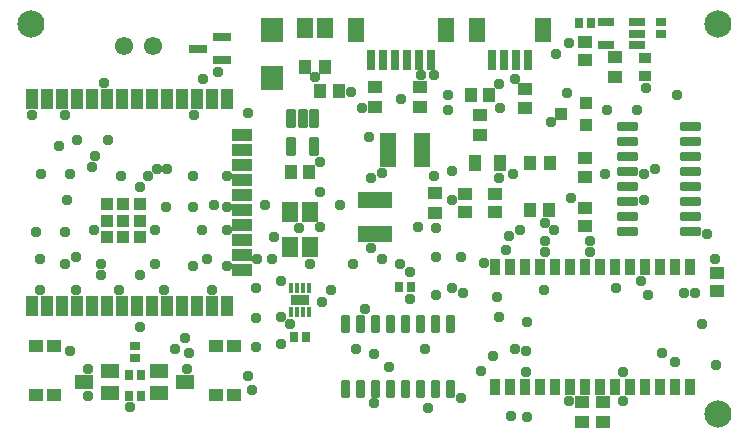
<source format=gbr>
G04 EAGLE Gerber RS-274X export*
G75*
%MOMM*%
%FSLAX34Y34*%
%LPD*%
%INSoldermask Top*%
%IPPOS*%
%AMOC8*
5,1,8,0,0,1.08239X$1,22.5*%
G01*
G04 Define Apertures*
%ADD10C,2.303200*%
%ADD11R,1.203200X1.103200*%
%ADD12R,0.763200X0.832300*%
%ADD13R,1.367800X2.918500*%
%ADD14R,1.173400X1.124100*%
%ADD15R,2.918500X1.367800*%
%ADD16R,1.367800X1.668500*%
%ADD17R,1.124100X1.173400*%
%ADD18R,0.832300X0.763200*%
%ADD19R,1.903200X2.003200*%
%ADD20R,1.115000X0.815000*%
%ADD21R,0.803200X1.753200*%
%ADD22R,1.403200X2.003200*%
%ADD23C,1.551200*%
%ADD24R,1.078900X1.413500*%
%ADD25R,1.103200X1.003200*%
%ADD26R,1.177100X1.001900*%
%ADD27R,1.001900X1.177100*%
%ADD28R,0.847200X0.738300*%
%ADD29R,0.738300X0.847200*%
%ADD30R,0.440000X0.840000*%
%ADD31R,1.520000X0.940000*%
%ADD32R,0.838200X1.473200*%
%ADD33R,1.524000X0.762000*%
%ADD34C,0.362206*%
%ADD35C,0.297181*%
%ADD36R,1.403200X0.753200*%
%ADD37C,0.349006*%
%ADD38R,1.603200X1.203200*%
%ADD39R,1.103200X1.703200*%
%ADD40R,1.703200X1.103200*%
%ADD41R,1.103200X1.103200*%
%ADD42C,0.959600*%
D10*
X1065540Y481240D03*
X483860Y481240D03*
X1065540Y151040D03*
D11*
X639700Y208060D03*
X655700Y208060D03*
X655700Y167060D03*
X639700Y167060D03*
D12*
X805076Y258045D03*
X795384Y258045D03*
D13*
X814854Y374550D03*
X785346Y374550D03*
D14*
X952500Y367116D03*
X952500Y351624D03*
X952500Y309754D03*
X952500Y325246D03*
D15*
X774700Y332254D03*
X774700Y302746D03*
D14*
X876300Y337121D03*
X876300Y321629D03*
X850900Y337121D03*
X850900Y321629D03*
X1064489Y270097D03*
X1064489Y254605D03*
D16*
X715146Y477714D03*
X732654Y477714D03*
X719954Y292100D03*
X702446Y292100D03*
D17*
X718946Y355600D03*
X703454Y355600D03*
D16*
X719954Y321904D03*
X702446Y321904D03*
D14*
X952500Y465646D03*
X952500Y450154D03*
D18*
X1016506Y482240D03*
X1016506Y472548D03*
D12*
X706354Y215900D03*
X716046Y215900D03*
D17*
X855854Y420652D03*
X871346Y420652D03*
D19*
X687188Y476040D03*
X687188Y435040D03*
D20*
X1003300Y452000D03*
X1003300Y437000D03*
D21*
X791740Y450790D03*
X781740Y450790D03*
X771740Y450790D03*
X801740Y450790D03*
X811740Y450790D03*
X821740Y450790D03*
D22*
X758740Y476040D03*
X834740Y476040D03*
D21*
X874000Y450790D03*
X884000Y450790D03*
X894000Y450790D03*
X904000Y450790D03*
D22*
X861000Y476040D03*
X917000Y476040D03*
D23*
X586900Y461900D03*
X561900Y461900D03*
D24*
X859277Y363387D03*
X880623Y363387D03*
D25*
X953570Y395340D03*
X953570Y414340D03*
X932570Y404840D03*
D26*
X901700Y409594D03*
X901700Y425898D03*
X825500Y321223D03*
X825500Y337527D03*
D27*
X922552Y363387D03*
X906248Y363387D03*
X922137Y323850D03*
X905833Y323850D03*
D28*
X571500Y198125D03*
X571500Y208275D03*
D26*
X950171Y160552D03*
X950171Y144248D03*
X967530Y144248D03*
X967530Y160552D03*
D27*
X744132Y424300D03*
X727828Y424300D03*
X715748Y444500D03*
X732052Y444500D03*
D29*
X947425Y481820D03*
X957575Y481820D03*
D26*
X977900Y436348D03*
X977900Y452652D03*
D29*
X576525Y184150D03*
X566375Y184150D03*
X576525Y165780D03*
X566375Y165780D03*
D26*
X863600Y387318D03*
X863600Y403622D03*
D11*
X503300Y167060D03*
X487300Y167060D03*
X487300Y208060D03*
X503300Y208060D03*
D30*
X703700Y257050D03*
X708700Y257050D03*
X713700Y257050D03*
X718700Y257050D03*
X718700Y237050D03*
X713700Y237050D03*
X708700Y237050D03*
X703700Y237050D03*
D31*
X711200Y247150D03*
D32*
X1041400Y173990D03*
X1041400Y275590D03*
X1028700Y275590D03*
X1016000Y275590D03*
X1003300Y275590D03*
X990600Y275590D03*
X977900Y275590D03*
X965200Y275590D03*
X952500Y275590D03*
X939800Y275590D03*
X927100Y275590D03*
X914400Y275590D03*
X901700Y275590D03*
X889000Y275590D03*
X876300Y275590D03*
X876300Y173990D03*
X889000Y173990D03*
X901700Y173990D03*
X914400Y173990D03*
X927100Y173990D03*
X939800Y173990D03*
X952500Y173990D03*
X965200Y173990D03*
X977900Y173990D03*
X990600Y173990D03*
X1003300Y173990D03*
X1016000Y173990D03*
X1028700Y173990D03*
D33*
X645160Y450242D03*
X645160Y469546D03*
X624840Y459894D03*
D34*
X836455Y232645D02*
X836455Y221135D01*
X836455Y232645D02*
X841065Y232645D01*
X841065Y221135D01*
X836455Y221135D01*
X836455Y224576D02*
X841065Y224576D01*
X841065Y228017D02*
X836455Y228017D01*
X836455Y231458D02*
X841065Y231458D01*
X823755Y232645D02*
X823755Y221135D01*
X823755Y232645D02*
X828365Y232645D01*
X828365Y221135D01*
X823755Y221135D01*
X823755Y224576D02*
X828365Y224576D01*
X828365Y228017D02*
X823755Y228017D01*
X823755Y231458D02*
X828365Y231458D01*
X811055Y232645D02*
X811055Y221135D01*
X811055Y232645D02*
X815665Y232645D01*
X815665Y221135D01*
X811055Y221135D01*
X811055Y224576D02*
X815665Y224576D01*
X815665Y228017D02*
X811055Y228017D01*
X811055Y231458D02*
X815665Y231458D01*
X798355Y232645D02*
X798355Y221135D01*
X798355Y232645D02*
X802965Y232645D01*
X802965Y221135D01*
X798355Y221135D01*
X798355Y224576D02*
X802965Y224576D01*
X802965Y228017D02*
X798355Y228017D01*
X798355Y231458D02*
X802965Y231458D01*
X785655Y232645D02*
X785655Y221135D01*
X785655Y232645D02*
X790265Y232645D01*
X790265Y221135D01*
X785655Y221135D01*
X785655Y224576D02*
X790265Y224576D01*
X790265Y228017D02*
X785655Y228017D01*
X785655Y231458D02*
X790265Y231458D01*
X772955Y232645D02*
X772955Y221135D01*
X772955Y232645D02*
X777565Y232645D01*
X777565Y221135D01*
X772955Y221135D01*
X772955Y224576D02*
X777565Y224576D01*
X777565Y228017D02*
X772955Y228017D01*
X772955Y231458D02*
X777565Y231458D01*
X760255Y232645D02*
X760255Y221135D01*
X760255Y232645D02*
X764865Y232645D01*
X764865Y221135D01*
X760255Y221135D01*
X760255Y224576D02*
X764865Y224576D01*
X764865Y228017D02*
X760255Y228017D01*
X760255Y231458D02*
X764865Y231458D01*
X747555Y232645D02*
X747555Y221135D01*
X747555Y232645D02*
X752165Y232645D01*
X752165Y221135D01*
X747555Y221135D01*
X747555Y224576D02*
X752165Y224576D01*
X752165Y228017D02*
X747555Y228017D01*
X747555Y231458D02*
X752165Y231458D01*
X747555Y177645D02*
X747555Y166135D01*
X747555Y177645D02*
X752165Y177645D01*
X752165Y166135D01*
X747555Y166135D01*
X747555Y169576D02*
X752165Y169576D01*
X752165Y173017D02*
X747555Y173017D01*
X747555Y176458D02*
X752165Y176458D01*
X760255Y177645D02*
X760255Y166135D01*
X760255Y177645D02*
X764865Y177645D01*
X764865Y166135D01*
X760255Y166135D01*
X760255Y169576D02*
X764865Y169576D01*
X764865Y173017D02*
X760255Y173017D01*
X760255Y176458D02*
X764865Y176458D01*
X772955Y177645D02*
X772955Y166135D01*
X772955Y177645D02*
X777565Y177645D01*
X777565Y166135D01*
X772955Y166135D01*
X772955Y169576D02*
X777565Y169576D01*
X777565Y173017D02*
X772955Y173017D01*
X772955Y176458D02*
X777565Y176458D01*
X785655Y177645D02*
X785655Y166135D01*
X785655Y177645D02*
X790265Y177645D01*
X790265Y166135D01*
X785655Y166135D01*
X785655Y169576D02*
X790265Y169576D01*
X790265Y173017D02*
X785655Y173017D01*
X785655Y176458D02*
X790265Y176458D01*
X798355Y177645D02*
X798355Y166135D01*
X798355Y177645D02*
X802965Y177645D01*
X802965Y166135D01*
X798355Y166135D01*
X798355Y169576D02*
X802965Y169576D01*
X802965Y173017D02*
X798355Y173017D01*
X798355Y176458D02*
X802965Y176458D01*
X811055Y177645D02*
X811055Y166135D01*
X811055Y177645D02*
X815665Y177645D01*
X815665Y166135D01*
X811055Y166135D01*
X811055Y169576D02*
X815665Y169576D01*
X815665Y173017D02*
X811055Y173017D01*
X811055Y176458D02*
X815665Y176458D01*
X823755Y177645D02*
X823755Y166135D01*
X823755Y177645D02*
X828365Y177645D01*
X828365Y166135D01*
X823755Y166135D01*
X823755Y169576D02*
X828365Y169576D01*
X828365Y173017D02*
X823755Y173017D01*
X823755Y176458D02*
X828365Y176458D01*
X836455Y177645D02*
X836455Y166135D01*
X836455Y177645D02*
X841065Y177645D01*
X841065Y166135D01*
X836455Y166135D01*
X836455Y169576D02*
X841065Y169576D01*
X841065Y173017D02*
X836455Y173017D01*
X836455Y176458D02*
X841065Y176458D01*
D35*
X725431Y407430D02*
X720371Y407430D01*
X725431Y407430D02*
X725431Y394870D01*
X720371Y394870D01*
X720371Y407430D01*
X720371Y397693D02*
X725431Y397693D01*
X725431Y400516D02*
X720371Y400516D01*
X720371Y403339D02*
X725431Y403339D01*
X725431Y406162D02*
X720371Y406162D01*
X715931Y407430D02*
X710871Y407430D01*
X715931Y407430D02*
X715931Y394870D01*
X710871Y394870D01*
X710871Y407430D01*
X710871Y397693D02*
X715931Y397693D01*
X715931Y400516D02*
X710871Y400516D01*
X710871Y403339D02*
X715931Y403339D01*
X715931Y406162D02*
X710871Y406162D01*
X706431Y407430D02*
X701371Y407430D01*
X706431Y407430D02*
X706431Y394870D01*
X701371Y394870D01*
X701371Y407430D01*
X701371Y397693D02*
X706431Y397693D01*
X706431Y400516D02*
X701371Y400516D01*
X701371Y403339D02*
X706431Y403339D01*
X706431Y406162D02*
X701371Y406162D01*
X701371Y383730D02*
X706431Y383730D01*
X706431Y371170D01*
X701371Y371170D01*
X701371Y383730D01*
X701371Y373993D02*
X706431Y373993D01*
X706431Y376816D02*
X701371Y376816D01*
X701371Y379639D02*
X706431Y379639D01*
X706431Y382462D02*
X701371Y382462D01*
X720371Y383730D02*
X725431Y383730D01*
X725431Y371170D01*
X720371Y371170D01*
X720371Y383730D01*
X720371Y373993D02*
X725431Y373993D01*
X725431Y376816D02*
X720371Y376816D01*
X720371Y379639D02*
X725431Y379639D01*
X725431Y382462D02*
X720371Y382462D01*
D36*
X996501Y463290D03*
X996501Y472790D03*
X996501Y482290D03*
X970499Y482290D03*
X970499Y463290D03*
D37*
X981023Y392039D02*
X995365Y392039D01*
X981023Y392039D02*
X981023Y396481D01*
X995365Y396481D01*
X995365Y392039D01*
X995365Y395354D02*
X981023Y395354D01*
X981023Y379339D02*
X995365Y379339D01*
X981023Y379339D02*
X981023Y383781D01*
X995365Y383781D01*
X995365Y379339D01*
X995365Y382654D02*
X981023Y382654D01*
X981023Y366639D02*
X995365Y366639D01*
X981023Y366639D02*
X981023Y371081D01*
X995365Y371081D01*
X995365Y366639D01*
X995365Y369954D02*
X981023Y369954D01*
X981023Y353939D02*
X995365Y353939D01*
X981023Y353939D02*
X981023Y358381D01*
X995365Y358381D01*
X995365Y353939D01*
X995365Y357254D02*
X981023Y357254D01*
X981023Y341239D02*
X995365Y341239D01*
X981023Y341239D02*
X981023Y345681D01*
X995365Y345681D01*
X995365Y341239D01*
X995365Y344554D02*
X981023Y344554D01*
X981023Y328539D02*
X995365Y328539D01*
X981023Y328539D02*
X981023Y332981D01*
X995365Y332981D01*
X995365Y328539D01*
X995365Y331854D02*
X981023Y331854D01*
X981023Y315839D02*
X995365Y315839D01*
X981023Y315839D02*
X981023Y320281D01*
X995365Y320281D01*
X995365Y315839D01*
X995365Y319154D02*
X981023Y319154D01*
X981023Y303139D02*
X995365Y303139D01*
X981023Y303139D02*
X981023Y307581D01*
X995365Y307581D01*
X995365Y303139D01*
X995365Y306454D02*
X981023Y306454D01*
X1034423Y303139D02*
X1048765Y303139D01*
X1034423Y303139D02*
X1034423Y307581D01*
X1048765Y307581D01*
X1048765Y303139D01*
X1048765Y306454D02*
X1034423Y306454D01*
X1034423Y315839D02*
X1048765Y315839D01*
X1034423Y315839D02*
X1034423Y320281D01*
X1048765Y320281D01*
X1048765Y315839D01*
X1048765Y319154D02*
X1034423Y319154D01*
X1034423Y328539D02*
X1048765Y328539D01*
X1034423Y328539D02*
X1034423Y332981D01*
X1048765Y332981D01*
X1048765Y328539D01*
X1048765Y331854D02*
X1034423Y331854D01*
X1034423Y341239D02*
X1048765Y341239D01*
X1034423Y341239D02*
X1034423Y345681D01*
X1048765Y345681D01*
X1048765Y341239D01*
X1048765Y344554D02*
X1034423Y344554D01*
X1034423Y353939D02*
X1048765Y353939D01*
X1034423Y353939D02*
X1034423Y358381D01*
X1048765Y358381D01*
X1048765Y353939D01*
X1048765Y357254D02*
X1034423Y357254D01*
X1034423Y366639D02*
X1048765Y366639D01*
X1034423Y366639D02*
X1034423Y371081D01*
X1048765Y371081D01*
X1048765Y366639D01*
X1048765Y369954D02*
X1034423Y369954D01*
X1034423Y379339D02*
X1048765Y379339D01*
X1034423Y379339D02*
X1034423Y383781D01*
X1048765Y383781D01*
X1048765Y379339D01*
X1048765Y382654D02*
X1034423Y382654D01*
X1034423Y392039D02*
X1048765Y392039D01*
X1034423Y392039D02*
X1034423Y396481D01*
X1048765Y396481D01*
X1048765Y392039D01*
X1048765Y395354D02*
X1034423Y395354D01*
D38*
X528750Y177800D03*
X550750Y187300D03*
X550750Y168300D03*
X614250Y177800D03*
X592250Y168300D03*
X592250Y187300D03*
D39*
X484560Y242016D03*
X497260Y242016D03*
X509960Y242016D03*
X522660Y242016D03*
X535360Y242016D03*
X548060Y242016D03*
X560760Y242016D03*
X573460Y242016D03*
X586160Y242016D03*
X598860Y242016D03*
X611560Y242016D03*
X624260Y242016D03*
X636960Y242016D03*
X649660Y242016D03*
D40*
X662160Y272366D03*
X662160Y285066D03*
X662160Y297766D03*
X662160Y310466D03*
X662160Y323166D03*
X662160Y335866D03*
X662160Y348566D03*
X662160Y361266D03*
X662160Y373966D03*
X662160Y386666D03*
D39*
X649660Y417016D03*
X636960Y417016D03*
X624260Y417016D03*
X611560Y417016D03*
X598860Y417016D03*
X586160Y417016D03*
X573460Y417016D03*
X560760Y417016D03*
X548060Y417016D03*
X535360Y417016D03*
X522660Y417016D03*
X509960Y417016D03*
X497260Y417016D03*
X484560Y417016D03*
D41*
X547760Y300516D03*
X547760Y314516D03*
X547760Y328516D03*
X561760Y300516D03*
X561760Y314516D03*
X561760Y328516D03*
X575760Y300516D03*
X575760Y314516D03*
X575760Y328516D03*
D26*
X812800Y410948D03*
X812800Y427252D03*
X774700Y410948D03*
X774700Y427252D03*
D42*
X804672Y248412D03*
X810768Y309372D03*
X893064Y434340D03*
X879348Y429768D03*
X754380Y423672D03*
X667512Y405384D03*
X839724Y332232D03*
X839724Y356616D03*
X938784Y161544D03*
X1063752Y192024D03*
X670560Y170688D03*
X566928Y156972D03*
X804672Y271272D03*
X797052Y417576D03*
X824484Y437388D03*
X545592Y431292D03*
X786384Y190500D03*
X649224Y275844D03*
X521208Y283464D03*
X522732Y382524D03*
X813816Y437388D03*
X723900Y435864D03*
X938784Y464820D03*
X702564Y227076D03*
X737616Y256032D03*
X641604Y440436D03*
X617220Y202692D03*
X605028Y205740D03*
X598932Y358140D03*
X531876Y166116D03*
X984504Y161544D03*
X970788Y408432D03*
X769620Y385572D03*
X763524Y409956D03*
X880872Y409956D03*
X923544Y397764D03*
X1011936Y358140D03*
X918972Y312420D03*
X629412Y434340D03*
X1030224Y420624D03*
X548640Y382524D03*
X534924Y359664D03*
X984504Y185928D03*
X484632Y403860D03*
X512064Y403860D03*
X836676Y408432D03*
X836676Y420624D03*
X621792Y403860D03*
X996696Y408432D03*
X937260Y422148D03*
X537972Y368808D03*
X507492Y377952D03*
X589788Y358140D03*
X879348Y350520D03*
X780288Y355092D03*
X1004316Y426720D03*
X824484Y352044D03*
X559308Y352044D03*
X582168Y352044D03*
X620268Y352044D03*
X516636Y353568D03*
X649224Y352044D03*
X903732Y228600D03*
X1002792Y332232D03*
X969264Y353568D03*
X771144Y350520D03*
X891540Y353568D03*
X557784Y256032D03*
X521208Y256032D03*
X595884Y256032D03*
X627888Y306324D03*
X597408Y326136D03*
X649224Y326136D03*
X1051560Y227076D03*
X897636Y306324D03*
X926592Y306324D03*
X826008Y307848D03*
X710184Y307848D03*
X728472Y338328D03*
X487680Y304800D03*
X512064Y304800D03*
X536448Y306324D03*
X588264Y306324D03*
X632460Y281940D03*
X649224Y306324D03*
X1028700Y195072D03*
X826008Y283464D03*
X847344Y283464D03*
X888492Y301752D03*
X918972Y297180D03*
X780288Y281940D03*
X957072Y297180D03*
X675132Y281940D03*
X687324Y281940D03*
X1036320Y252984D03*
X490728Y256032D03*
X512064Y277368D03*
X542544Y277368D03*
X588264Y277368D03*
X620268Y275844D03*
X673608Y257556D03*
X694944Y263652D03*
X848868Y252984D03*
X826008Y251460D03*
X637032Y256032D03*
X917448Y256032D03*
X542544Y268224D03*
X576072Y268224D03*
X513588Y332232D03*
X576072Y342900D03*
X1045464Y252984D03*
X673608Y231648D03*
X694944Y233172D03*
X516636Y204216D03*
X531876Y188976D03*
X1005840Y251460D03*
X673608Y207264D03*
X694944Y210312D03*
X893064Y205740D03*
X874776Y199644D03*
X1018032Y202692D03*
X1062228Y281940D03*
X999744Y263652D03*
X1056132Y303276D03*
X978408Y257556D03*
X1002792Y353568D03*
X957072Y288036D03*
X940308Y333756D03*
X918972Y288036D03*
X928116Y455676D03*
X766572Y239268D03*
X774192Y201168D03*
X879348Y233172D03*
X839724Y257556D03*
X795528Y277368D03*
X885444Y289560D03*
X902208Y204216D03*
X819912Y155448D03*
X774192Y160020D03*
X758952Y205740D03*
X755904Y277368D03*
X745236Y327660D03*
X771144Y291084D03*
X729996Y245364D03*
X719328Y277368D03*
X728472Y309372D03*
X728472Y364236D03*
X867156Y278892D03*
X877824Y249936D03*
X816864Y205740D03*
X681228Y327660D03*
X688848Y300228D03*
X864108Y187452D03*
X638556Y327660D03*
X620268Y326136D03*
X847344Y164592D03*
X667512Y182880D03*
X614172Y214884D03*
X902208Y185928D03*
X615696Y188976D03*
X576072Y224028D03*
X890016Y149352D03*
X903732Y147828D03*
X492252Y353568D03*
X490728Y281940D03*
M02*

</source>
